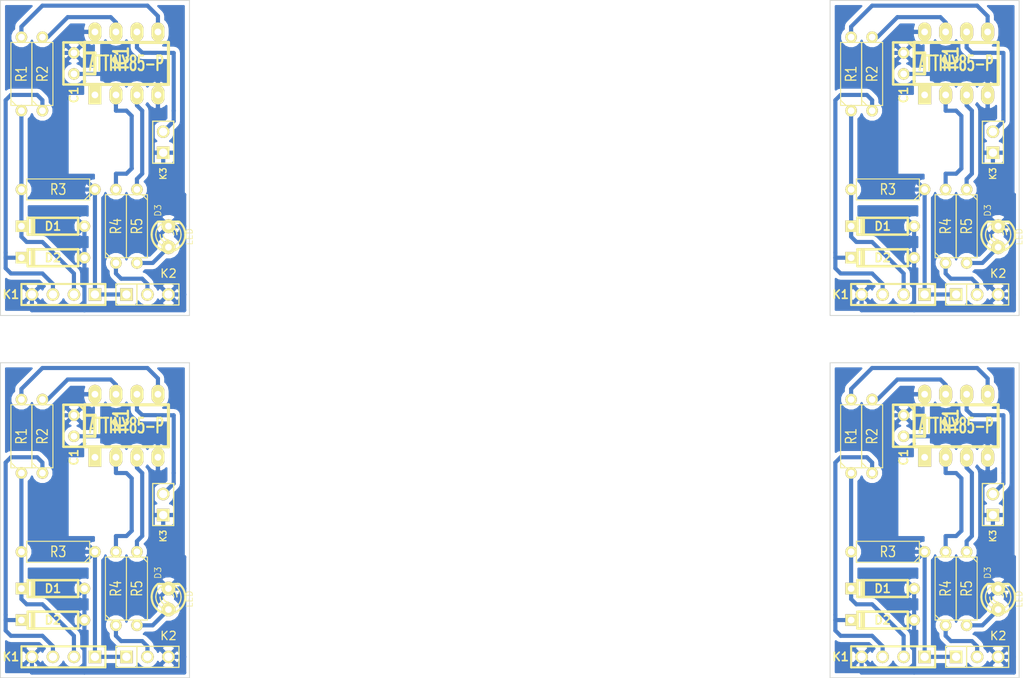
<source format=kicad_pcb>
(kicad_pcb (version 3) (host pcbnew "(2013-05-31 BZR 4019)-stable")
  (title_block (title LogStick))
  (layers (15 Dessus.Cu signal) (0 Dessous.Cu signal))
  (net 0 "")
  (net 1 +5V)
  (net 2 GND)
  (net 3 N-000001)
  (net 4 N-0000010)
  (net 5 N-0000011)
  (net 6 N-0000012)
  (net 7 N-000002)
  (net 8 N-000003)
  (net 9 N-000004)
  (net 10 N-000005)
  (net 11 N-000008)
  (module R3-5 (layer Dessus.Cu) (at 143.8275 47.3075 90)
    (fp_text reference R1)
    (fp_text value 68R hide)
    (pad 1 thru_hole circle (at -4.445 0 90) (size 1.397 1.397) (drill 0.8128) (layers *.Cu *.Mask Dessus.SilkS) (net 6 N-0000012))
    (pad 2 thru_hole circle (at 4.445 0 90) (size 1.397 1.397) (drill 0.8128) (layers *.Cu *.Mask Dessus.SilkS) (net 5 N-0000011))
  )
  (module R3-5 (layer Dessus.Cu) (at 146.3675 47.3075 90)
    (fp_text reference R2)
    (fp_text value 68R hide)
    (pad 1 thru_hole circle (at -4.445 0 90) (size 1.397 1.397) (drill 0.8128) (layers *.Cu *.Mask Dessus.SilkS) (net 11 N-000008))
    (pad 2 thru_hole circle (at 4.445 0 90) (size 1.397 1.397) (drill 0.8128) (layers *.Cu *.Mask Dessus.SilkS) (net 4 N-0000010))
  )
  (module R3-5 (layer Dessus.Cu) (at 148.2725 61.2775 180)
    (fp_text reference R3)
    (fp_text value 1k5 hide)
    (pad 1 thru_hole circle (at -4.445 0 180) (size 1.397 1.397) (drill 0.8128) (layers *.Cu *.Mask Dessus.SilkS) (net 1 +5V))
    (pad 2 thru_hole circle (at 4.445 0 180) (size 1.397 1.397) (drill 0.8128) (layers *.Cu *.Mask Dessus.SilkS) (net 6 N-0000012))
  )
  (module R3-5 (layer Dessus.Cu) (at 155.2575 65.7225 90)
    (fp_text reference R4)
    (fp_text value 68R hide)
    (pad 1 thru_hole circle (at -4.445 0 90) (size 1.397 1.397) (drill 0.8128) (layers *.Cu *.Mask Dessus.SilkS) (net 10 N-000005))
    (pad 2 thru_hole circle (at 4.445 0 90) (size 1.397 1.397) (drill 0.8128) (layers *.Cu *.Mask Dessus.SilkS) (net 9 N-000004))
  )
  (module R3-5 (layer Dessus.Cu) (at 157.7975 65.7225 270)
    (fp_text reference R5)
    (fp_text value 220R hide)
    (pad 1 thru_hole circle (at -4.445 0 270) (size 1.397 1.397) (drill 0.8128) (layers *.Cu *.Mask Dessus.SilkS) (net 3 N-000001))
    (pad 2 thru_hole circle (at 4.445 0 270) (size 1.397 1.397) (drill 0.8128) (layers *.Cu *.Mask Dessus.SilkS) (net 8 N-000003))
  )
  (module LED-3MM (layer Dessus.Cu) (at 161.6075 66.9925 90)
    (fp_text reference D3)
    (fp_text value LED)
    (pad 1 thru_hole circle (at -1.27 0 90) (size 1.6764 1.6764) (drill 0.8128) (layers *.Cu *.Mask Dessus.SilkS) (net 8 N-000003))
    (pad 2 thru_hole circle (at 1.27 0 90) (size 1.6764 1.6764) (drill 0.8128) (layers *.Cu *.Mask Dessus.SilkS) (net 2 GND))
  )
  (module D3 (layer Dessus.Cu) (at 147.6375 65.7225 180)
    (fp_text reference D1)
    (fp_text value 3,6V hide)
    (pad 2 thru_hole rect (at 3.81 0 180) (size 1.397 1.397) (drill 0.8128) (layers *.Cu *.Mask Dessus.SilkS) (net 6 N-0000012))
    (pad 1 thru_hole circle (at -3.81 0 180) (size 1.397 1.397) (drill 0.8128) (layers *.Cu *.Mask Dessus.SilkS) (net 2 GND))
  )
  (module D3 (layer Dessus.Cu) (at 147.6375 69.5325 180)
    (fp_text reference D2)
    (fp_text value 3,6V hide)
    (pad 2 thru_hole rect (at 3.81 0 180) (size 1.397 1.397) (drill 0.8128) (layers *.Cu *.Mask Dessus.SilkS) (net 11 N-000008))
    (pad 1 thru_hole circle (at -3.81 0 180) (size 1.397 1.397) (drill 0.8128) (layers *.Cu *.Mask Dessus.SilkS) (net 2 GND))
  )
  (module PIN_ARRAY_4x1 (layer Dessus.Cu) (at 148.9075 73.9775 180)
    (fp_text reference K1)
    (fp_text value USB hide)
    (pad 1 thru_hole rect (at -3.81 0 180) (size 1.524 1.524) (drill 1.016) (layers *.Cu *.Mask Dessus.SilkS) (net 1 +5V))
    (pad 2 thru_hole circle (at -1.27 0 180) (size 1.524 1.524) (drill 1.016) (layers *.Cu *.Mask Dessus.SilkS) (net 6 N-0000012))
    (pad 3 thru_hole circle (at 1.27 0 180) (size 1.524 1.524) (drill 1.016) (layers *.Cu *.Mask Dessus.SilkS) (net 11 N-000008))
    (pad 4 thru_hole circle (at 3.81 0 180) (size 1.524 1.524) (drill 1.016) (layers *.Cu *.Mask Dessus.SilkS) (net 2 GND))
  )
  (module PIN_ARRAY_3X1 (layer Dessus.Cu) (at 159.0675 73.9775)
    (fp_text reference K2)
    (fp_text value DHT44 hide)
    (pad 1 thru_hole rect (at -2.54 0) (size 1.524 1.524) (drill 1.016) (layers *.Cu *.Mask Dessus.SilkS) (net 1 +5V))
    (pad 2 thru_hole circle (at 0 0) (size 1.524 1.524) (drill 1.016) (layers *.Cu *.Mask Dessus.SilkS) (net 10 N-000005))
    (pad 3 thru_hole circle (at 2.54 0) (size 1.524 1.524) (drill 1.016) (layers *.Cu *.Mask Dessus.SilkS) (net 2 GND))
  )
  (module PIN_ARRAY_2X1 (layer Dessus.Cu) (at 160.9725 55.5625 90)
    (fp_text reference K3)
    (fp_text value SWITCH hide)
    (pad 1 thru_hole rect (at -1.27 0 90) (size 1.524 1.524) (drill 1.016) (layers *.Cu *.Mask Dessus.SilkS) (net 2 GND))
    (pad 2 thru_hole circle (at 1.27 0 90) (size 1.524 1.524) (drill 1.016) (layers *.Cu *.Mask Dessus.SilkS) (net 7 N-000002))
  )
  (module DIP-8__300_ELL (layer Dessus.Cu) (at 156.5275 46.0375)
    (fp_text reference IC1)
    (fp_text value ATTINY85-P)
    (pad 1 thru_hole rect (at -3.81 3.81) (size 1.5748 2.286) (drill 0.8128) (layers *.Cu *.Mask Dessus.SilkS))
    (pad 2 thru_hole oval (at -1.27 3.81) (size 1.5748 2.286) (drill 0.8128) (layers *.Cu *.Mask Dessus.SilkS) (net 9 N-000004))
    (pad 3 thru_hole oval (at 1.27 3.81) (size 1.5748 2.286) (drill 0.8128) (layers *.Cu *.Mask Dessus.SilkS) (net 3 N-000001))
    (pad 4 thru_hole oval (at 3.81 3.81) (size 1.5748 2.286) (drill 0.8128) (layers *.Cu *.Mask Dessus.SilkS) (net 2 GND))
    (pad 5 thru_hole oval (at 3.81 -3.81) (size 1.5748 2.286) (drill 0.8128) (layers *.Cu *.Mask Dessus.SilkS) (net 5 N-0000011))
    (pad 6 thru_hole oval (at 1.27 -3.81) (size 1.5748 2.286) (drill 0.8128) (layers *.Cu *.Mask Dessus.SilkS) (net 7 N-000002))
    (pad 7 thru_hole oval (at -1.27 -3.81) (size 1.5748 2.286) (drill 0.8128) (layers *.Cu *.Mask Dessus.SilkS) (net 4 N-0000010))
    (pad 8 thru_hole oval (at -3.81 -3.81) (size 1.5748 2.286) (drill 0.8128) (layers *.Cu *.Mask Dessus.SilkS) (net 1 +5V))
  )
  (module C1 (layer Dessus.Cu) (at 150.1775 46.0375 270)
    (fp_text reference C1)
    (fp_text value 100nF hide)
    (pad 1 thru_hole circle (at -1.27 0 270) (size 1.397 1.397) (drill 0.8128) (layers *.Cu *.Mask Dessus.SilkS) (net 1 +5V))
    (pad 2 thru_hole circle (at 1.27 0 270) (size 1.397 1.397) (drill 0.8128) (layers *.Cu *.Mask Dessus.SilkS) (net 2 GND))
  )
  (module R3-5 (layer Dessus.Cu) (at 143.8275 91.1225 90)
    (fp_text reference R1)
    (fp_text value 68R hide)
    (pad 1 thru_hole circle (at -4.445 0 90) (size 1.397 1.397) (drill 0.8128) (layers *.Cu *.Mask Dessus.SilkS) (net 6 N-0000012))
    (pad 2 thru_hole circle (at 4.445 0 90) (size 1.397 1.397) (drill 0.8128) (layers *.Cu *.Mask Dessus.SilkS) (net 5 N-0000011))
  )
  (module R3-5 (layer Dessus.Cu) (at 146.3675 91.1225 90)
    (fp_text reference R2)
    (fp_text value 68R hide)
    (pad 1 thru_hole circle (at -4.445 0 90) (size 1.397 1.397) (drill 0.8128) (layers *.Cu *.Mask Dessus.SilkS) (net 11 N-000008))
    (pad 2 thru_hole circle (at 4.445 0 90) (size 1.397 1.397) (drill 0.8128) (layers *.Cu *.Mask Dessus.SilkS) (net 4 N-0000010))
  )
  (module R3-5 (layer Dessus.Cu) (at 148.2725 105.0925 180)
    (fp_text reference R3)
    (fp_text value 1k5 hide)
    (pad 1 thru_hole circle (at -4.445 0 180) (size 1.397 1.397) (drill 0.8128) (layers *.Cu *.Mask Dessus.SilkS) (net 1 +5V))
    (pad 2 thru_hole circle (at 4.445 0 180) (size 1.397 1.397) (drill 0.8128) (layers *.Cu *.Mask Dessus.SilkS) (net 6 N-0000012))
  )
  (module R3-5 (layer Dessus.Cu) (at 155.2575 109.5375 90)
    (fp_text reference R4)
    (fp_text value 68R hide)
    (pad 1 thru_hole circle (at -4.445 0 90) (size 1.397 1.397) (drill 0.8128) (layers *.Cu *.Mask Dessus.SilkS) (net 10 N-000005))
    (pad 2 thru_hole circle (at 4.445 0 90) (size 1.397 1.397) (drill 0.8128) (layers *.Cu *.Mask Dessus.SilkS) (net 9 N-000004))
  )
  (module R3-5 (layer Dessus.Cu) (at 157.7975 109.5375 270)
    (fp_text reference R5)
    (fp_text value 220R hide)
    (pad 1 thru_hole circle (at -4.445 0 270) (size 1.397 1.397) (drill 0.8128) (layers *.Cu *.Mask Dessus.SilkS) (net 3 N-000001))
    (pad 2 thru_hole circle (at 4.445 0 270) (size 1.397 1.397) (drill 0.8128) (layers *.Cu *.Mask Dessus.SilkS) (net 8 N-000003))
  )
  (module LED-3MM (layer Dessus.Cu) (at 161.6075 110.8075 90)
    (fp_text reference D3)
    (fp_text value LED)
    (pad 1 thru_hole circle (at -1.27 0 90) (size 1.6764 1.6764) (drill 0.8128) (layers *.Cu *.Mask Dessus.SilkS) (net 8 N-000003))
    (pad 2 thru_hole circle (at 1.27 0 90) (size 1.6764 1.6764) (drill 0.8128) (layers *.Cu *.Mask Dessus.SilkS) (net 2 GND))
  )
  (module D3 (layer Dessus.Cu) (at 147.6375 109.5375 180)
    (fp_text reference D1)
    (fp_text value 3,6V hide)
    (pad 2 thru_hole rect (at 3.81 0 180) (size 1.397 1.397) (drill 0.8128) (layers *.Cu *.Mask Dessus.SilkS) (net 6 N-0000012))
    (pad 1 thru_hole circle (at -3.81 0 180) (size 1.397 1.397) (drill 0.8128) (layers *.Cu *.Mask Dessus.SilkS) (net 2 GND))
  )
  (module D3 (layer Dessus.Cu) (at 147.6375 113.3475 180)
    (fp_text reference D2)
    (fp_text value 3,6V hide)
    (pad 2 thru_hole rect (at 3.81 0 180) (size 1.397 1.397) (drill 0.8128) (layers *.Cu *.Mask Dessus.SilkS) (net 11 N-000008))
    (pad 1 thru_hole circle (at -3.81 0 180) (size 1.397 1.397) (drill 0.8128) (layers *.Cu *.Mask Dessus.SilkS) (net 2 GND))
  )
  (module PIN_ARRAY_4x1 (layer Dessus.Cu) (at 148.9075 117.7925 180)
    (fp_text reference K1)
    (fp_text value USB hide)
    (pad 1 thru_hole rect (at -3.81 0 180) (size 1.524 1.524) (drill 1.016) (layers *.Cu *.Mask Dessus.SilkS) (net 1 +5V))
    (pad 2 thru_hole circle (at -1.27 0 180) (size 1.524 1.524) (drill 1.016) (layers *.Cu *.Mask Dessus.SilkS) (net 6 N-0000012))
    (pad 3 thru_hole circle (at 1.27 0 180) (size 1.524 1.524) (drill 1.016) (layers *.Cu *.Mask Dessus.SilkS) (net 11 N-000008))
    (pad 4 thru_hole circle (at 3.81 0 180) (size 1.524 1.524) (drill 1.016) (layers *.Cu *.Mask Dessus.SilkS) (net 2 GND))
  )
  (module PIN_ARRAY_3X1 (layer Dessus.Cu) (at 159.0675 117.7925)
    (fp_text reference K2)
    (fp_text value DHT44 hide)
    (pad 1 thru_hole rect (at -2.54 0) (size 1.524 1.524) (drill 1.016) (layers *.Cu *.Mask Dessus.SilkS) (net 1 +5V))
    (pad 2 thru_hole circle (at 0 0) (size 1.524 1.524) (drill 1.016) (layers *.Cu *.Mask Dessus.SilkS) (net 10 N-000005))
    (pad 3 thru_hole circle (at 2.54 0) (size 1.524 1.524) (drill 1.016) (layers *.Cu *.Mask Dessus.SilkS) (net 2 GND))
  )
  (module PIN_ARRAY_2X1 (layer Dessus.Cu) (at 160.9725 99.3775 90)
    (fp_text reference K3)
    (fp_text value SWITCH hide)
    (pad 1 thru_hole rect (at -1.27 0 90) (size 1.524 1.524) (drill 1.016) (layers *.Cu *.Mask Dessus.SilkS) (net 2 GND))
    (pad 2 thru_hole circle (at 1.27 0 90) (size 1.524 1.524) (drill 1.016) (layers *.Cu *.Mask Dessus.SilkS) (net 7 N-000002))
  )
  (module DIP-8__300_ELL (layer Dessus.Cu) (at 156.5275 89.8525)
    (fp_text reference IC1)
    (fp_text value ATTINY85-P)
    (pad 1 thru_hole rect (at -3.81 3.81) (size 1.5748 2.286) (drill 0.8128) (layers *.Cu *.Mask Dessus.SilkS))
    (pad 2 thru_hole oval (at -1.27 3.81) (size 1.5748 2.286) (drill 0.8128) (layers *.Cu *.Mask Dessus.SilkS) (net 9 N-000004))
    (pad 3 thru_hole oval (at 1.27 3.81) (size 1.5748 2.286) (drill 0.8128) (layers *.Cu *.Mask Dessus.SilkS) (net 3 N-000001))
    (pad 4 thru_hole oval (at 3.81 3.81) (size 1.5748 2.286) (drill 0.8128) (layers *.Cu *.Mask Dessus.SilkS) (net 2 GND))
    (pad 5 thru_hole oval (at 3.81 -3.81) (size 1.5748 2.286) (drill 0.8128) (layers *.Cu *.Mask Dessus.SilkS) (net 5 N-0000011))
    (pad 6 thru_hole oval (at 1.27 -3.81) (size 1.5748 2.286) (drill 0.8128) (layers *.Cu *.Mask Dessus.SilkS) (net 7 N-000002))
    (pad 7 thru_hole oval (at -1.27 -3.81) (size 1.5748 2.286) (drill 0.8128) (layers *.Cu *.Mask Dessus.SilkS) (net 4 N-0000010))
    (pad 8 thru_hole oval (at -3.81 -3.81) (size 1.5748 2.286) (drill 0.8128) (layers *.Cu *.Mask Dessus.SilkS) (net 1 +5V))
  )
  (module C1 (layer Dessus.Cu) (at 150.1775 89.8525 270)
    (fp_text reference C1)
    (fp_text value 100nF hide)
    (pad 1 thru_hole circle (at -1.27 0 270) (size 1.397 1.397) (drill 0.8128) (layers *.Cu *.Mask Dessus.SilkS) (net 1 +5V))
    (pad 2 thru_hole circle (at 1.27 0 270) (size 1.397 1.397) (drill 0.8128) (layers *.Cu *.Mask Dessus.SilkS) (net 2 GND))
  )
  (module R3-5 (layer Dessus.Cu) (at 43.4975 47.3075 90)
    (fp_text reference R1)
    (fp_text value 68R hide)
    (pad 1 thru_hole circle (at -4.445 0 90) (size 1.397 1.397) (drill 0.8128) (layers *.Cu *.Mask Dessus.SilkS) (net 6 N-0000012))
    (pad 2 thru_hole circle (at 4.445 0 90) (size 1.397 1.397) (drill 0.8128) (layers *.Cu *.Mask Dessus.SilkS) (net 5 N-0000011))
  )
  (module R3-5 (layer Dessus.Cu) (at 46.0375 47.3075 90)
    (fp_text reference R2)
    (fp_text value 68R hide)
    (pad 1 thru_hole circle (at -4.445 0 90) (size 1.397 1.397) (drill 0.8128) (layers *.Cu *.Mask Dessus.SilkS) (net 11 N-000008))
    (pad 2 thru_hole circle (at 4.445 0 90) (size 1.397 1.397) (drill 0.8128) (layers *.Cu *.Mask Dessus.SilkS) (net 4 N-0000010))
  )
  (module R3-5 (layer Dessus.Cu) (at 47.9425 61.2775 180)
    (fp_text reference R3)
    (fp_text value 1k5 hide)
    (pad 1 thru_hole circle (at -4.445 0 180) (size 1.397 1.397) (drill 0.8128) (layers *.Cu *.Mask Dessus.SilkS) (net 1 +5V))
    (pad 2 thru_hole circle (at 4.445 0 180) (size 1.397 1.397) (drill 0.8128) (layers *.Cu *.Mask Dessus.SilkS) (net 6 N-0000012))
  )
  (module R3-5 (layer Dessus.Cu) (at 54.9275 65.7225 90)
    (fp_text reference R4)
    (fp_text value 68R hide)
    (pad 1 thru_hole circle (at -4.445 0 90) (size 1.397 1.397) (drill 0.8128) (layers *.Cu *.Mask Dessus.SilkS) (net 10 N-000005))
    (pad 2 thru_hole circle (at 4.445 0 90) (size 1.397 1.397) (drill 0.8128) (layers *.Cu *.Mask Dessus.SilkS) (net 9 N-000004))
  )
  (module R3-5 (layer Dessus.Cu) (at 57.4675 65.7225 270)
    (fp_text reference R5)
    (fp_text value 220R hide)
    (pad 1 thru_hole circle (at -4.445 0 270) (size 1.397 1.397) (drill 0.8128) (layers *.Cu *.Mask Dessus.SilkS) (net 3 N-000001))
    (pad 2 thru_hole circle (at 4.445 0 270) (size 1.397 1.397) (drill 0.8128) (layers *.Cu *.Mask Dessus.SilkS) (net 8 N-000003))
  )
  (module LED-3MM (layer Dessus.Cu) (at 61.2775 66.9925 90)
    (fp_text reference D3)
    (fp_text value LED)
    (pad 1 thru_hole circle (at -1.27 0 90) (size 1.6764 1.6764) (drill 0.8128) (layers *.Cu *.Mask Dessus.SilkS) (net 8 N-000003))
    (pad 2 thru_hole circle (at 1.27 0 90) (size 1.6764 1.6764) (drill 0.8128) (layers *.Cu *.Mask Dessus.SilkS) (net 2 GND))
  )
  (module D3 (layer Dessus.Cu) (at 47.3075 65.7225 180)
    (fp_text reference D1)
    (fp_text value 3,6V hide)
    (pad 2 thru_hole rect (at 3.81 0 180) (size 1.397 1.397) (drill 0.8128) (layers *.Cu *.Mask Dessus.SilkS) (net 6 N-0000012))
    (pad 1 thru_hole circle (at -3.81 0 180) (size 1.397 1.397) (drill 0.8128) (layers *.Cu *.Mask Dessus.SilkS) (net 2 GND))
  )
  (module D3 (layer Dessus.Cu) (at 47.3075 69.5325 180)
    (fp_text reference D2)
    (fp_text value 3,6V hide)
    (pad 2 thru_hole rect (at 3.81 0 180) (size 1.397 1.397) (drill 0.8128) (layers *.Cu *.Mask Dessus.SilkS) (net 11 N-000008))
    (pad 1 thru_hole circle (at -3.81 0 180) (size 1.397 1.397) (drill 0.8128) (layers *.Cu *.Mask Dessus.SilkS) (net 2 GND))
  )
  (module PIN_ARRAY_4x1 (layer Dessus.Cu) (at 48.5775 73.9775 180)
    (fp_text reference K1)
    (fp_text value USB hide)
    (pad 1 thru_hole rect (at -3.81 0 180) (size 1.524 1.524) (drill 1.016) (layers *.Cu *.Mask Dessus.SilkS) (net 1 +5V))
    (pad 2 thru_hole circle (at -1.27 0 180) (size 1.524 1.524) (drill 1.016) (layers *.Cu *.Mask Dessus.SilkS) (net 6 N-0000012))
    (pad 3 thru_hole circle (at 1.27 0 180) (size 1.524 1.524) (drill 1.016) (layers *.Cu *.Mask Dessus.SilkS) (net 11 N-000008))
    (pad 4 thru_hole circle (at 3.81 0 180) (size 1.524 1.524) (drill 1.016) (layers *.Cu *.Mask Dessus.SilkS) (net 2 GND))
  )
  (module PIN_ARRAY_3X1 (layer Dessus.Cu) (at 58.7375 73.9775)
    (fp_text reference K2)
    (fp_text value DHT44 hide)
    (pad 1 thru_hole rect (at -2.54 0) (size 1.524 1.524) (drill 1.016) (layers *.Cu *.Mask Dessus.SilkS) (net 1 +5V))
    (pad 2 thru_hole circle (at 0 0) (size 1.524 1.524) (drill 1.016) (layers *.Cu *.Mask Dessus.SilkS) (net 10 N-000005))
    (pad 3 thru_hole circle (at 2.54 0) (size 1.524 1.524) (drill 1.016) (layers *.Cu *.Mask Dessus.SilkS) (net 2 GND))
  )
  (module PIN_ARRAY_2X1 (layer Dessus.Cu) (at 60.6425 55.5625 90)
    (fp_text reference K3)
    (fp_text value SWITCH hide)
    (pad 1 thru_hole rect (at -1.27 0 90) (size 1.524 1.524) (drill 1.016) (layers *.Cu *.Mask Dessus.SilkS) (net 2 GND))
    (pad 2 thru_hole circle (at 1.27 0 90) (size 1.524 1.524) (drill 1.016) (layers *.Cu *.Mask Dessus.SilkS) (net 7 N-000002))
  )
  (module DIP-8__300_ELL (layer Dessus.Cu) (at 56.1975 46.0375)
    (fp_text reference IC1)
    (fp_text value ATTINY85-P)
    (pad 1 thru_hole rect (at -3.81 3.81) (size 1.5748 2.286) (drill 0.8128) (layers *.Cu *.Mask Dessus.SilkS))
    (pad 2 thru_hole oval (at -1.27 3.81) (size 1.5748 2.286) (drill 0.8128) (layers *.Cu *.Mask Dessus.SilkS) (net 9 N-000004))
    (pad 3 thru_hole oval (at 1.27 3.81) (size 1.5748 2.286) (drill 0.8128) (layers *.Cu *.Mask Dessus.SilkS) (net 3 N-000001))
    (pad 4 thru_hole oval (at 3.81 3.81) (size 1.5748 2.286) (drill 0.8128) (layers *.Cu *.Mask Dessus.SilkS) (net 2 GND))
    (pad 5 thru_hole oval (at 3.81 -3.81) (size 1.5748 2.286) (drill 0.8128) (layers *.Cu *.Mask Dessus.SilkS) (net 5 N-0000011))
    (pad 6 thru_hole oval (at 1.27 -3.81) (size 1.5748 2.286) (drill 0.8128) (layers *.Cu *.Mask Dessus.SilkS) (net 7 N-000002))
    (pad 7 thru_hole oval (at -1.27 -3.81) (size 1.5748 2.286) (drill 0.8128) (layers *.Cu *.Mask Dessus.SilkS) (net 4 N-0000010))
    (pad 8 thru_hole oval (at -3.81 -3.81) (size 1.5748 2.286) (drill 0.8128) (layers *.Cu *.Mask Dessus.SilkS) (net 1 +5V))
  )
  (module C1 (layer Dessus.Cu) (at 49.8475 46.0375 270)
    (fp_text reference C1)
    (fp_text value 100nF hide)
    (pad 1 thru_hole circle (at -1.27 0 270) (size 1.397 1.397) (drill 0.8128) (layers *.Cu *.Mask Dessus.SilkS) (net 1 +5V))
    (pad 2 thru_hole circle (at 1.27 0 270) (size 1.397 1.397) (drill 0.8128) (layers *.Cu *.Mask Dessus.SilkS) (net 2 GND))
  )
  (module R3-5 (layer Dessus.Cu) (at 43.4975 91.1225 90)
    (fp_text reference R1)
    (fp_text value 68R hide)
    (pad 1 thru_hole circle (at -4.445 0 90) (size 1.397 1.397) (drill 0.8128) (layers *.Cu *.Mask Dessus.SilkS) (net 6 N-0000012))
    (pad 2 thru_hole circle (at 4.445 0 90) (size 1.397 1.397) (drill 0.8128) (layers *.Cu *.Mask Dessus.SilkS) (net 5 N-0000011))
  )
  (module R3-5 (layer Dessus.Cu) (at 46.0375 91.1225 90)
    (fp_text reference R2)
    (fp_text value 68R hide)
    (pad 1 thru_hole circle (at -4.445 0 90) (size 1.397 1.397) (drill 0.8128) (layers *.Cu *.Mask Dessus.SilkS) (net 11 N-000008))
    (pad 2 thru_hole circle (at 4.445 0 90) (size 1.397 1.397) (drill 0.8128) (layers *.Cu *.Mask Dessus.SilkS) (net 4 N-0000010))
  )
  (module R3-5 (layer Dessus.Cu) (at 47.9425 105.0925 180)
    (fp_text reference R3)
    (fp_text value 1k5 hide)
    (pad 1 thru_hole circle (at -4.445 0 180) (size 1.397 1.397) (drill 0.8128) (layers *.Cu *.Mask Dessus.SilkS) (net 1 +5V))
    (pad 2 thru_hole circle (at 4.445 0 180) (size 1.397 1.397) (drill 0.8128) (layers *.Cu *.Mask Dessus.SilkS) (net 6 N-0000012))
  )
  (module R3-5 (layer Dessus.Cu) (at 54.9275 109.5375 90)
    (fp_text reference R4)
    (fp_text value 68R hide)
    (pad 1 thru_hole circle (at -4.445 0 90) (size 1.397 1.397) (drill 0.8128) (layers *.Cu *.Mask Dessus.SilkS) (net 10 N-000005))
    (pad 2 thru_hole circle (at 4.445 0 90) (size 1.397 1.397) (drill 0.8128) (layers *.Cu *.Mask Dessus.SilkS) (net 9 N-000004))
  )
  (module R3-5 (layer Dessus.Cu) (at 57.4675 109.5375 270)
    (fp_text reference R5)
    (fp_text value 220R hide)
    (pad 1 thru_hole circle (at -4.445 0 270) (size 1.397 1.397) (drill 0.8128) (layers *.Cu *.Mask Dessus.SilkS) (net 3 N-000001))
    (pad 2 thru_hole circle (at 4.445 0 270) (size 1.397 1.397) (drill 0.8128) (layers *.Cu *.Mask Dessus.SilkS) (net 8 N-000003))
  )
  (module LED-3MM (layer Dessus.Cu) (at 61.2775 110.8075 90)
    (fp_text reference D3)
    (fp_text value LED)
    (pad 1 thru_hole circle (at -1.27 0 90) (size 1.6764 1.6764) (drill 0.8128) (layers *.Cu *.Mask Dessus.SilkS) (net 8 N-000003))
    (pad 2 thru_hole circle (at 1.27 0 90) (size 1.6764 1.6764) (drill 0.8128) (layers *.Cu *.Mask Dessus.SilkS) (net 2 GND))
  )
  (module D3 (layer Dessus.Cu) (at 47.3075 109.5375 180)
    (fp_text reference D1)
    (fp_text value 3,6V hide)
    (pad 2 thru_hole rect (at 3.81 0 180) (size 1.397 1.397) (drill 0.8128) (layers *.Cu *.Mask Dessus.SilkS) (net 6 N-0000012))
    (pad 1 thru_hole circle (at -3.81 0 180) (size 1.397 1.397) (drill 0.8128) (layers *.Cu *.Mask Dessus.SilkS) (net 2 GND))
  )
  (module D3 (layer Dessus.Cu) (at 47.3075 113.3475 180)
    (fp_text reference D2)
    (fp_text value 3,6V hide)
    (pad 2 thru_hole rect (at 3.81 0 180) (size 1.397 1.397) (drill 0.8128) (layers *.Cu *.Mask Dessus.SilkS) (net 11 N-000008))
    (pad 1 thru_hole circle (at -3.81 0 180) (size 1.397 1.397) (drill 0.8128) (layers *.Cu *.Mask Dessus.SilkS) (net 2 GND))
  )
  (module PIN_ARRAY_4x1 (layer Dessus.Cu) (at 48.5775 117.7925 180)
    (fp_text reference K1)
    (fp_text value USB hide)
    (pad 1 thru_hole rect (at -3.81 0 180) (size 1.524 1.524) (drill 1.016) (layers *.Cu *.Mask Dessus.SilkS) (net 1 +5V))
    (pad 2 thru_hole circle (at -1.27 0 180) (size 1.524 1.524) (drill 1.016) (layers *.Cu *.Mask Dessus.SilkS) (net 6 N-0000012))
    (pad 3 thru_hole circle (at 1.27 0 180) (size 1.524 1.524) (drill 1.016) (layers *.Cu *.Mask Dessus.SilkS) (net 11 N-000008))
    (pad 4 thru_hole circle (at 3.81 0 180) (size 1.524 1.524) (drill 1.016) (layers *.Cu *.Mask Dessus.SilkS) (net 2 GND))
  )
  (module PIN_ARRAY_3X1 (layer Dessus.Cu) (at 58.7375 117.7925)
    (fp_text reference K2)
    (fp_text value DHT44 hide)
    (pad 1 thru_hole rect (at -2.54 0) (size 1.524 1.524) (drill 1.016) (layers *.Cu *.Mask Dessus.SilkS) (net 1 +5V))
    (pad 2 thru_hole circle (at 0 0) (size 1.524 1.524) (drill 1.016) (layers *.Cu *.Mask Dessus.SilkS) (net 10 N-000005))
    (pad 3 thru_hole circle (at 2.54 0) (size 1.524 1.524) (drill 1.016) (layers *.Cu *.Mask Dessus.SilkS) (net 2 GND))
  )
  (module PIN_ARRAY_2X1 (layer Dessus.Cu) (at 60.6425 99.3775 90)
    (fp_text reference K3)
    (fp_text value SWITCH hide)
    (pad 1 thru_hole rect (at -1.27 0 90) (size 1.524 1.524) (drill 1.016) (layers *.Cu *.Mask Dessus.SilkS) (net 2 GND))
    (pad 2 thru_hole circle (at 1.27 0 90) (size 1.524 1.524) (drill 1.016) (layers *.Cu *.Mask Dessus.SilkS) (net 7 N-000002))
  )
  (module DIP-8__300_ELL (layer Dessus.Cu) (at 56.1975 89.8525)
    (fp_text reference IC1)
    (fp_text value ATTINY85-P)
    (pad 1 thru_hole rect (at -3.81 3.81) (size 1.5748 2.286) (drill 0.8128) (layers *.Cu *.Mask Dessus.SilkS))
    (pad 2 thru_hole oval (at -1.27 3.81) (size 1.5748 2.286) (drill 0.8128) (layers *.Cu *.Mask Dessus.SilkS) (net 9 N-000004))
    (pad 3 thru_hole oval (at 1.27 3.81) (size 1.5748 2.286) (drill 0.8128) (layers *.Cu *.Mask Dessus.SilkS) (net 3 N-000001))
    (pad 4 thru_hole oval (at 3.81 3.81) (size 1.5748 2.286) (drill 0.8128) (layers *.Cu *.Mask Dessus.SilkS) (net 2 GND))
    (pad 5 thru_hole oval (at 3.81 -3.81) (size 1.5748 2.286) (drill 0.8128) (layers *.Cu *.Mask Dessus.SilkS) (net 5 N-0000011))
    (pad 6 thru_hole oval (at 1.27 -3.81) (size 1.5748 2.286) (drill 0.8128) (layers *.Cu *.Mask Dessus.SilkS) (net 7 N-000002))
    (pad 7 thru_hole oval (at -1.27 -3.81) (size 1.5748 2.286) (drill 0.8128) (layers *.Cu *.Mask Dessus.SilkS) (net 4 N-0000010))
    (pad 8 thru_hole oval (at -3.81 -3.81) (size 1.5748 2.286) (drill 0.8128) (layers *.Cu *.Mask Dessus.SilkS) (net 1 +5V))
  )
  (module C1 (layer Dessus.Cu) (at 49.8475 89.8525 270)
    (fp_text reference C1)
    (fp_text value 100nF hide)
    (pad 1 thru_hole circle (at -1.27 0 270) (size 1.397 1.397) (drill 0.8128) (layers *.Cu *.Mask Dessus.SilkS) (net 1 +5V))
    (pad 2 thru_hole circle (at 1.27 0 270) (size 1.397 1.397) (drill 0.8128) (layers *.Cu *.Mask Dessus.SilkS) (net 2 GND))
  )
  (segment (start 150.1775 44.7675) (end 147.6375 44.7675) (width 0.5) (layer Dessous.Cu) (net 1))
  (segment (start 152.7175 73.9775) (end 152.7175 61.2775) (width 0.5) (layer Dessous.Cu) (net 1))
  (segment (start 152.7175 61.2775) (end 150.1775 61.2775) (width 0.5) (layer Dessous.Cu) (net 1))
  (segment (start 149.5425 42.2275) (end 152.7175 42.2275) (width 0.5) (layer Dessous.Cu) (net 1))
  (segment (start 147.6375 44.1325) (end 149.5425 42.2275) (width 0.5) (layer Dessous.Cu) (net 1))
  (segment (start 148.9075 60.0075) (end 148.9075 49.2125) (width 0.5) (layer Dessous.Cu) (net 1))
  (segment (start 148.9075 49.2125) (end 147.6375 47.9425) (width 0.5) (layer Dessous.Cu) (net 1))
  (segment (start 147.6375 47.9425) (end 147.6375 44.7675) (width 0.5) (layer Dessous.Cu) (net 1))
  (segment (start 147.6375 44.7675) (end 147.6375 44.1325) (width 0.5) (layer Dessous.Cu) (net 1))
  (segment (start 150.1775 61.2775) (end 148.9075 60.0075) (width 0.5) (layer Dessous.Cu) (net 1))
  (segment (start 152.7175 73.9775) (end 156.5275 73.9775) (width 0.5) (layer Dessous.Cu) (net 1))
  (segment (start 150.1775 88.5825) (end 147.6375 88.5825) (width 0.5) (layer Dessous.Cu) (net 1))
  (segment (start 152.7175 117.7925) (end 152.7175 105.0925) (width 0.5) (layer Dessous.Cu) (net 1))
  (segment (start 152.7175 105.0925) (end 150.1775 105.0925) (width 0.5) (layer Dessous.Cu) (net 1))
  (segment (start 149.5425 86.0425) (end 152.7175 86.0425) (width 0.5) (layer Dessous.Cu) (net 1))
  (segment (start 147.6375 87.9475) (end 149.5425 86.0425) (width 0.5) (layer Dessous.Cu) (net 1))
  (segment (start 148.9075 103.8225) (end 148.9075 93.0275) (width 0.5) (layer Dessous.Cu) (net 1))
  (segment (start 148.9075 93.0275) (end 147.6375 91.7575) (width 0.5) (layer Dessous.Cu) (net 1))
  (segment (start 147.6375 91.7575) (end 147.6375 88.5825) (width 0.5) (layer Dessous.Cu) (net 1))
  (segment (start 147.6375 88.5825) (end 147.6375 87.9475) (width 0.5) (layer Dessous.Cu) (net 1))
  (segment (start 150.1775 105.0925) (end 148.9075 103.8225) (width 0.5) (layer Dessous.Cu) (net 1))
  (segment (start 152.7175 117.7925) (end 156.5275 117.7925) (width 0.5) (layer Dessous.Cu) (net 1))
  (segment (start 49.8475 44.7675) (end 47.3075 44.7675) (width 0.5) (layer Dessous.Cu) (net 1))
  (segment (start 52.3875 73.9775) (end 52.3875 61.2775) (width 0.5) (layer Dessous.Cu) (net 1))
  (segment (start 52.3875 61.2775) (end 49.8475 61.2775) (width 0.5) (layer Dessous.Cu) (net 1))
  (segment (start 49.2125 42.2275) (end 52.3875 42.2275) (width 0.5) (layer Dessous.Cu) (net 1))
  (segment (start 47.3075 44.1325) (end 49.2125 42.2275) (width 0.5) (layer Dessous.Cu) (net 1))
  (segment (start 48.5775 60.0075) (end 48.5775 49.2125) (width 0.5) (layer Dessous.Cu) (net 1))
  (segment (start 48.5775 49.2125) (end 47.3075 47.9425) (width 0.5) (layer Dessous.Cu) (net 1))
  (segment (start 47.3075 47.9425) (end 47.3075 44.7675) (width 0.5) (layer Dessous.Cu) (net 1))
  (segment (start 47.3075 44.7675) (end 47.3075 44.1325) (width 0.5) (layer Dessous.Cu) (net 1))
  (segment (start 49.8475 61.2775) (end 48.5775 60.0075) (width 0.5) (layer Dessous.Cu) (net 1))
  (segment (start 52.3875 73.9775) (end 56.1975 73.9775) (width 0.5) (layer Dessous.Cu) (net 1))
  (segment (start 49.8475 88.5825) (end 47.3075 88.5825) (width 0.5) (layer Dessous.Cu) (net 1))
  (segment (start 52.3875 117.7925) (end 52.3875 105.0925) (width 0.5) (layer Dessous.Cu) (net 1))
  (segment (start 52.3875 105.0925) (end 49.8475 105.0925) (width 0.5) (layer Dessous.Cu) (net 1))
  (segment (start 49.2125 86.0425) (end 52.3875 86.0425) (width 0.5) (layer Dessous.Cu) (net 1))
  (segment (start 47.3075 87.9475) (end 49.2125 86.0425) (width 0.5) (layer Dessous.Cu) (net 1))
  (segment (start 48.5775 103.8225) (end 48.5775 93.0275) (width 0.5) (layer Dessous.Cu) (net 1))
  (segment (start 48.5775 93.0275) (end 47.3075 91.7575) (width 0.5) (layer Dessous.Cu) (net 1))
  (segment (start 47.3075 91.7575) (end 47.3075 88.5825) (width 0.5) (layer Dessous.Cu) (net 1))
  (segment (start 47.3075 88.5825) (end 47.3075 87.9475) (width 0.5) (layer Dessous.Cu) (net 1))
  (segment (start 49.8475 105.0925) (end 48.5775 103.8225) (width 0.5) (layer Dessous.Cu) (net 1))
  (segment (start 52.3875 117.7925) (end 56.1975 117.7925) (width 0.5) (layer Dessous.Cu) (net 1))
  (segment (start 150.1775 47.3075) (end 159.7025 47.3075) (width 0.5) (layer Dessous.Cu) (net 2))
  (segment (start 160.3375 47.9425) (end 160.3375 49.8475) (width 0.5) (layer Dessous.Cu) (net 2))
  (segment (start 159.7025 47.3075) (end 160.3375 47.9425) (width 0.5) (layer Dessous.Cu) (net 2))
  (segment (start 159.7025 56.8325) (end 159.7025 61.2775) (width 0.5) (layer Dessous.Cu) (net 2))
  (segment (start 159.7025 61.2775) (end 160.3375 61.9125) (width 0.5) (layer Dessous.Cu) (net 2))
  (segment (start 163.5125 61.9125) (end 163.5125 65.7225) (width 0.5) (layer Dessous.Cu) (net 2))
  (segment (start 160.3375 61.9125) (end 163.5125 61.9125) (width 0.5) (layer Dessous.Cu) (net 2))
  (segment (start 160.3375 49.8475) (end 160.3375 52.3875) (width 0.5) (layer Dessous.Cu) (net 2))
  (segment (start 160.3375 52.3875) (end 159.7025 53.0225) (width 0.5) (layer Dessous.Cu) (net 2))
  (segment (start 159.7025 53.0225) (end 159.7025 56.8325) (width 0.5) (layer Dessous.Cu) (net 2))
  (segment (start 159.7025 56.8325) (end 160.9725 56.8325) (width 0.5) (layer Dessous.Cu) (net 2))
  (segment (start 151.4475 75.8825) (end 163.5125 75.8825) (width 0.5) (layer Dessous.Cu) (net 2))
  (segment (start 163.5125 75.8825) (end 163.5125 73.9775) (width 0.5) (layer Dessous.Cu) (net 2))
  (segment (start 151.4475 65.7225) (end 151.4475 69.5325) (width 0.5) (layer Dessous.Cu) (net 2))
  (segment (start 151.4475 69.5325) (end 151.4475 75.8825) (width 0.5) (layer Dessous.Cu) (net 2))
  (segment (start 151.4475 75.8825) (end 145.0975 75.8825) (width 0.5) (layer Dessous.Cu) (net 2))
  (segment (start 145.0975 75.8825) (end 145.0975 73.9775) (width 0.5) (layer Dessous.Cu) (net 2))
  (segment (start 161.6075 73.9775) (end 163.5125 73.9775) (width 0.5) (layer Dessous.Cu) (net 2))
  (segment (start 163.5125 65.7225) (end 161.6075 65.7225) (width 0.5) (layer Dessous.Cu) (net 2))
  (segment (start 163.5125 73.9775) (end 163.5125 65.7225) (width 0.5) (layer Dessous.Cu) (net 2))
  (segment (start 150.1775 91.1225) (end 159.7025 91.1225) (width 0.5) (layer Dessous.Cu) (net 2))
  (segment (start 160.3375 91.7575) (end 160.3375 93.6625) (width 0.5) (layer Dessous.Cu) (net 2))
  (segment (start 159.7025 91.1225) (end 160.3375 91.7575) (width 0.5) (layer Dessous.Cu) (net 2))
  (segment (start 159.7025 100.6475) (end 159.7025 105.0925) (width 0.5) (layer Dessous.Cu) (net 2))
  (segment (start 159.7025 105.0925) (end 160.3375 105.7275) (width 0.5) (layer Dessous.Cu) (net 2))
  (segment (start 163.5125 105.7275) (end 163.5125 109.5375) (width 0.5) (layer Dessous.Cu) (net 2))
  (segment (start 160.3375 105.7275) (end 163.5125 105.7275) (width 0.5) (layer Dessous.Cu) (net 2))
  (segment (start 160.3375 93.6625) (end 160.3375 96.2025) (width 0.5) (layer Dessous.Cu) (net 2))
  (segment (start 160.3375 96.2025) (end 159.7025 96.8375) (width 0.5) (layer Dessous.Cu) (net 2))
  (segment (start 159.7025 96.8375) (end 159.7025 100.6475) (width 0.5) (layer Dessous.Cu) (net 2))
  (segment (start 159.7025 100.6475) (end 160.9725 100.6475) (width 0.5) (layer Dessous.Cu) (net 2))
  (segment (start 151.4475 119.6975) (end 163.5125 119.6975) (width 0.5) (layer Dessous.Cu) (net 2))
  (segment (start 163.5125 119.6975) (end 163.5125 117.7925) (width 0.5) (layer Dessous.Cu) (net 2))
  (segment (start 151.4475 109.5375) (end 151.4475 113.3475) (width 0.5) (layer Dessous.Cu) (net 2))
  (segment (start 151.4475 113.3475) (end 151.4475 119.6975) (width 0.5) (layer Dessous.Cu) (net 2))
  (segment (start 151.4475 119.6975) (end 145.0975 119.6975) (width 0.5) (layer Dessous.Cu) (net 2))
  (segment (start 145.0975 119.6975) (end 145.0975 117.7925) (width 0.5) (layer Dessous.Cu) (net 2))
  (segment (start 161.6075 117.7925) (end 163.5125 117.7925) (width 0.5) (layer Dessous.Cu) (net 2))
  (segment (start 163.5125 109.5375) (end 161.6075 109.5375) (width 0.5) (layer Dessous.Cu) (net 2))
  (segment (start 163.5125 117.7925) (end 163.5125 109.5375) (width 0.5) (layer Dessous.Cu) (net 2))
  (segment (start 49.8475 47.3075) (end 59.3725 47.3075) (width 0.5) (layer Dessous.Cu) (net 2))
  (segment (start 60.0075 47.9425) (end 60.0075 49.8475) (width 0.5) (layer Dessous.Cu) (net 2))
  (segment (start 59.3725 47.3075) (end 60.0075 47.9425) (width 0.5) (layer Dessous.Cu) (net 2))
  (segment (start 59.3725 56.8325) (end 59.3725 61.2775) (width 0.5) (layer Dessous.Cu) (net 2))
  (segment (start 59.3725 61.2775) (end 60.0075 61.9125) (width 0.5) (layer Dessous.Cu) (net 2))
  (segment (start 63.1825 61.9125) (end 63.1825 65.7225) (width 0.5) (layer Dessous.Cu) (net 2))
  (segment (start 60.0075 61.9125) (end 63.1825 61.9125) (width 0.5) (layer Dessous.Cu) (net 2))
  (segment (start 60.0075 49.8475) (end 60.0075 52.3875) (width 0.5) (layer Dessous.Cu) (net 2))
  (segment (start 60.0075 52.3875) (end 59.3725 53.0225) (width 0.5) (layer Dessous.Cu) (net 2))
  (segment (start 59.3725 53.0225) (end 59.3725 56.8325) (width 0.5) (layer Dessous.Cu) (net 2))
  (segment (start 59.3725 56.8325) (end 60.6425 56.8325) (width 0.5) (layer Dessous.Cu) (net 2))
  (segment (start 51.1175 75.8825) (end 63.1825 75.8825) (width 0.5) (layer Dessous.Cu) (net 2))
  (segment (start 63.1825 75.8825) (end 63.1825 73.9775) (width 0.5) (layer Dessous.Cu) (net 2))
  (segment (start 51.1175 65.7225) (end 51.1175 69.5325) (width 0.5) (layer Dessous.Cu) (net 2))
  (segment (start 51.1175 69.5325) (end 51.1175 75.8825) (width 0.5) (layer Dessous.Cu) (net 2))
  (segment (start 51.1175 75.8825) (end 44.7675 75.8825) (width 0.5) (layer Dessous.Cu) (net 2))
  (segment (start 44.7675 75.8825) (end 44.7675 73.9775) (width 0.5) (layer Dessous.Cu) (net 2))
  (segment (start 61.2775 73.9775) (end 63.1825 73.9775) (width 0.5) (layer Dessous.Cu) (net 2))
  (segment (start 63.1825 65.7225) (end 61.2775 65.7225) (width 0.5) (layer Dessous.Cu) (net 2))
  (segment (start 63.1825 73.9775) (end 63.1825 65.7225) (width 0.5) (layer Dessous.Cu) (net 2))
  (segment (start 49.8475 91.1225) (end 59.3725 91.1225) (width 0.5) (layer Dessous.Cu) (net 2))
  (segment (start 60.0075 91.7575) (end 60.0075 93.6625) (width 0.5) (layer Dessous.Cu) (net 2))
  (segment (start 59.3725 91.1225) (end 60.0075 91.7575) (width 0.5) (layer Dessous.Cu) (net 2))
  (segment (start 59.3725 100.6475) (end 59.3725 105.0925) (width 0.5) (layer Dessous.Cu) (net 2))
  (segment (start 59.3725 105.0925) (end 60.0075 105.7275) (width 0.5) (layer Dessous.Cu) (net 2))
  (segment (start 63.1825 105.7275) (end 63.1825 109.5375) (width 0.5) (layer Dessous.Cu) (net 2))
  (segment (start 60.0075 105.7275) (end 63.1825 105.7275) (width 0.5) (layer Dessous.Cu) (net 2))
  (segment (start 60.0075 93.6625) (end 60.0075 96.2025) (width 0.5) (layer Dessous.Cu) (net 2))
  (segment (start 60.0075 96.2025) (end 59.3725 96.8375) (width 0.5) (layer Dessous.Cu) (net 2))
  (segment (start 59.3725 96.8375) (end 59.3725 100.6475) (width 0.5) (layer Dessous.Cu) (net 2))
  (segment (start 59.3725 100.6475) (end 60.6425 100.6475) (width 0.5) (layer Dessous.Cu) (net 2))
  (segment (start 51.1175 119.6975) (end 63.1825 119.6975) (width 0.5) (layer Dessous.Cu) (net 2))
  (segment (start 63.1825 119.6975) (end 63.1825 117.7925) (width 0.5) (layer Dessous.Cu) (net 2))
  (segment (start 51.1175 109.5375) (end 51.1175 113.3475) (width 0.5) (layer Dessous.Cu) (net 2))
  (segment (start 51.1175 113.3475) (end 51.1175 119.6975) (width 0.5) (layer Dessous.Cu) (net 2))
  (segment (start 51.1175 119.6975) (end 44.7675 119.6975) (width 0.5) (layer Dessous.Cu) (net 2))
  (segment (start 44.7675 119.6975) (end 44.7675 117.7925) (width 0.5) (layer Dessous.Cu) (net 2))
  (segment (start 61.2775 117.7925) (end 63.1825 117.7925) (width 0.5) (layer Dessous.Cu) (net 2))
  (segment (start 63.1825 109.5375) (end 61.2775 109.5375) (width 0.5) (layer Dessous.Cu) (net 2))
  (segment (start 63.1825 117.7925) (end 63.1825 109.5375) (width 0.5) (layer Dessous.Cu) (net 2))
  (segment (start 157.7975 61.2775) (end 157.7975 60.0075) (width 0.5) (layer Dessous.Cu) (net 3))
  (segment (start 157.7975 51.1175) (end 157.7975 49.8475) (width 0.5) (layer Dessous.Cu) (net 3))
  (segment (start 158.4325 51.7525) (end 157.7975 51.1175) (width 0.5) (layer Dessous.Cu) (net 3))
  (segment (start 158.4325 59.3725) (end 158.4325 51.7525) (width 0.5) (layer Dessous.Cu) (net 3))
  (segment (start 157.7975 60.0075) (end 158.4325 59.3725) (width 0.5) (layer Dessous.Cu) (net 3))
  (segment (start 157.7975 105.0925) (end 157.7975 103.8225) (width 0.5) (layer Dessous.Cu) (net 3))
  (segment (start 157.7975 94.9325) (end 157.7975 93.6625) (width 0.5) (layer Dessous.Cu) (net 3))
  (segment (start 158.4325 95.5675) (end 157.7975 94.9325) (width 0.5) (layer Dessous.Cu) (net 3))
  (segment (start 158.4325 103.1875) (end 158.4325 95.5675) (width 0.5) (layer Dessous.Cu) (net 3))
  (segment (start 157.7975 103.8225) (end 158.4325 103.1875) (width 0.5) (layer Dessous.Cu) (net 3))
  (segment (start 57.4675 61.2775) (end 57.4675 60.0075) (width 0.5) (layer Dessous.Cu) (net 3))
  (segment (start 57.4675 51.1175) (end 57.4675 49.8475) (width 0.5) (layer Dessous.Cu) (net 3))
  (segment (start 58.1025 51.7525) (end 57.4675 51.1175) (width 0.5) (layer Dessous.Cu) (net 3))
  (segment (start 58.1025 59.3725) (end 58.1025 51.7525) (width 0.5) (layer Dessous.Cu) (net 3))
  (segment (start 57.4675 60.0075) (end 58.1025 59.3725) (width 0.5) (layer Dessous.Cu) (net 3))
  (segment (start 57.4675 105.0925) (end 57.4675 103.8225) (width 0.5) (layer Dessous.Cu) (net 3))
  (segment (start 57.4675 94.9325) (end 57.4675 93.6625) (width 0.5) (layer Dessous.Cu) (net 3))
  (segment (start 58.1025 95.5675) (end 57.4675 94.9325) (width 0.5) (layer Dessous.Cu) (net 3))
  (segment (start 58.1025 103.1875) (end 58.1025 95.5675) (width 0.5) (layer Dessous.Cu) (net 3))
  (segment (start 57.4675 103.8225) (end 58.1025 103.1875) (width 0.5) (layer Dessous.Cu) (net 3))
  (segment (start 155.2575 42.2275) (end 155.2575 41.076502) (width 0.5) (layer Dessous.Cu) (net 4))
  (segment (start 149.423498 40.441502) (end 147.0025 42.8625) (width 0.5) (layer Dessous.Cu) (net 4))
  (segment (start 154.6225 40.441502) (end 149.423498 40.441502) (width 0.5) (layer Dessous.Cu) (net 4))
  (segment (start 155.2575 41.076502) (end 154.6225 40.441502) (width 0.5) (layer Dessous.Cu) (net 4))
  (segment (start 155.2575 86.0425) (end 155.2575 84.891502) (width 0.5) (layer Dessous.Cu) (net 4))
  (segment (start 149.423498 84.256502) (end 147.0025 86.6775) (width 0.5) (layer Dessous.Cu) (net 4))
  (segment (start 154.6225 84.256502) (end 149.423498 84.256502) (width 0.5) (layer Dessous.Cu) (net 4))
  (segment (start 155.2575 84.891502) (end 154.6225 84.256502) (width 0.5) (layer Dessous.Cu) (net 4))
  (segment (start 54.9275 42.2275) (end 54.9275 41.076502) (width 0.5) (layer Dessous.Cu) (net 4))
  (segment (start 49.093498 40.441502) (end 46.6725 42.8625) (width 0.5) (layer Dessous.Cu) (net 4))
  (segment (start 54.2925 40.441502) (end 49.093498 40.441502) (width 0.5) (layer Dessous.Cu) (net 4))
  (segment (start 54.9275 41.076502) (end 54.2925 40.441502) (width 0.5) (layer Dessous.Cu) (net 4))
  (segment (start 54.9275 86.0425) (end 54.9275 84.891502) (width 0.5) (layer Dessous.Cu) (net 4))
  (segment (start 49.093498 84.256502) (end 46.6725 86.6775) (width 0.5) (layer Dessous.Cu) (net 4))
  (segment (start 54.2925 84.256502) (end 49.093498 84.256502) (width 0.5) (layer Dessous.Cu) (net 4))
  (segment (start 54.9275 84.891502) (end 54.2925 84.256502) (width 0.5) (layer Dessous.Cu) (net 4))
  (segment (start 143.8275 42.8625) (end 143.8275 41.5925) (width 0.5) (layer Dessous.Cu) (net 5))
  (segment (start 160.3375 40.3225) (end 160.3375 42.2275) (width 0.5) (layer Dessous.Cu) (net 5))
  (segment (start 159.0675 39.0525) (end 160.3375 40.3225) (width 0.5) (layer Dessous.Cu) (net 5))
  (segment (start 146.3675 39.0525) (end 159.0675 39.0525) (width 0.5) (layer Dessous.Cu) (net 5))
  (segment (start 143.8275 41.5925) (end 146.3675 39.0525) (width 0.5) (layer Dessous.Cu) (net 5))
  (segment (start 143.8275 86.6775) (end 143.8275 85.4075) (width 0.5) (layer Dessous.Cu) (net 5))
  (segment (start 160.3375 84.1375) (end 160.3375 86.0425) (width 0.5) (layer Dessous.Cu) (net 5))
  (segment (start 159.0675 82.8675) (end 160.3375 84.1375) (width 0.5) (layer Dessous.Cu) (net 5))
  (segment (start 146.3675 82.8675) (end 159.0675 82.8675) (width 0.5) (layer Dessous.Cu) (net 5))
  (segment (start 143.8275 85.4075) (end 146.3675 82.8675) (width 0.5) (layer Dessous.Cu) (net 5))
  (segment (start 43.4975 42.8625) (end 43.4975 41.5925) (width 0.5) (layer Dessous.Cu) (net 5))
  (segment (start 60.0075 40.3225) (end 60.0075 42.2275) (width 0.5) (layer Dessous.Cu) (net 5))
  (segment (start 58.7375 39.0525) (end 60.0075 40.3225) (width 0.5) (layer Dessous.Cu) (net 5))
  (segment (start 46.0375 39.0525) (end 58.7375 39.0525) (width 0.5) (layer Dessous.Cu) (net 5))
  (segment (start 43.4975 41.5925) (end 46.0375 39.0525) (width 0.5) (layer Dessous.Cu) (net 5))
  (segment (start 43.4975 86.6775) (end 43.4975 85.4075) (width 0.5) (layer Dessous.Cu) (net 5))
  (segment (start 60.0075 84.1375) (end 60.0075 86.0425) (width 0.5) (layer Dessous.Cu) (net 5))
  (segment (start 58.7375 82.8675) (end 60.0075 84.1375) (width 0.5) (layer Dessous.Cu) (net 5))
  (segment (start 46.0375 82.8675) (end 58.7375 82.8675) (width 0.5) (layer Dessous.Cu) (net 5))
  (segment (start 43.4975 85.4075) (end 46.0375 82.8675) (width 0.5) (layer Dessous.Cu) (net 5))
  (segment (start 150.1775 73.9775) (end 150.1775 71.4375) (width 0.5) (layer Dessous.Cu) (net 6))
  (segment (start 143.8275 66.9925) (end 143.8275 65.7225) (width 0.5) (layer Dessous.Cu) (net 6))
  (segment (start 144.4625 67.6275) (end 143.8275 66.9925) (width 0.5) (layer Dessous.Cu) (net 6))
  (segment (start 146.3675 67.6275) (end 144.4625 67.6275) (width 0.5) (layer Dessous.Cu) (net 6))
  (segment (start 150.1775 71.4375) (end 146.3675 67.6275) (width 0.5) (layer Dessous.Cu) (net 6))
  (segment (start 143.8275 51.7525) (end 143.8275 61.2775) (width 0.5) (layer Dessous.Cu) (net 6))
  (segment (start 143.8275 61.2775) (end 143.8275 65.7225) (width 0.5) (layer Dessous.Cu) (net 6))
  (segment (start 150.1775 117.7925) (end 150.1775 115.2525) (width 0.5) (layer Dessous.Cu) (net 6))
  (segment (start 143.8275 110.8075) (end 143.8275 109.5375) (width 0.5) (layer Dessous.Cu) (net 6))
  (segment (start 144.4625 111.4425) (end 143.8275 110.8075) (width 0.5) (layer Dessous.Cu) (net 6))
  (segment (start 146.3675 111.4425) (end 144.4625 111.4425) (width 0.5) (layer Dessous.Cu) (net 6))
  (segment (start 150.1775 115.2525) (end 146.3675 111.4425) (width 0.5) (layer Dessous.Cu) (net 6))
  (segment (start 143.8275 95.5675) (end 143.8275 105.0925) (width 0.5) (layer Dessous.Cu) (net 6))
  (segment (start 143.8275 105.0925) (end 143.8275 109.5375) (width 0.5) (layer Dessous.Cu) (net 6))
  (segment (start 49.8475 73.9775) (end 49.8475 71.4375) (width 0.5) (layer Dessous.Cu) (net 6))
  (segment (start 43.4975 66.9925) (end 43.4975 65.7225) (width 0.5) (layer Dessous.Cu) (net 6))
  (segment (start 44.1325 67.6275) (end 43.4975 66.9925) (width 0.5) (layer Dessous.Cu) (net 6))
  (segment (start 46.0375 67.6275) (end 44.1325 67.6275) (width 0.5) (layer Dessous.Cu) (net 6))
  (segment (start 49.8475 71.4375) (end 46.0375 67.6275) (width 0.5) (layer Dessous.Cu) (net 6))
  (segment (start 43.4975 51.7525) (end 43.4975 61.2775) (width 0.5) (layer Dessous.Cu) (net 6))
  (segment (start 43.4975 61.2775) (end 43.4975 65.7225) (width 0.5) (layer Dessous.Cu) (net 6))
  (segment (start 49.8475 117.7925) (end 49.8475 115.2525) (width 0.5) (layer Dessous.Cu) (net 6))
  (segment (start 43.4975 110.8075) (end 43.4975 109.5375) (width 0.5) (layer Dessous.Cu) (net 6))
  (segment (start 44.1325 111.4425) (end 43.4975 110.8075) (width 0.5) (layer Dessous.Cu) (net 6))
  (segment (start 46.0375 111.4425) (end 44.1325 111.4425) (width 0.5) (layer Dessous.Cu) (net 6))
  (segment (start 49.8475 115.2525) (end 46.0375 111.4425) (width 0.5) (layer Dessous.Cu) (net 6))
  (segment (start 43.4975 95.5675) (end 43.4975 105.0925) (width 0.5) (layer Dessous.Cu) (net 6))
  (segment (start 43.4975 105.0925) (end 43.4975 109.5375) (width 0.5) (layer Dessous.Cu) (net 6))
  (segment (start 157.7975 42.2275) (end 157.7975 44.1325) (width 0.5) (layer Dessous.Cu) (net 7))
  (segment (start 162.2425 51.7525) (end 162.2425 53.0225) (width 0.5) (layer Dessous.Cu) (net 7))
  (segment (start 162.2425 53.0225) (end 160.9725 54.2925) (width 0.5) (layer Dessous.Cu) (net 7))
  (segment (start 162.2425 44.7675) (end 162.2425 51.7525) (width 0.5) (layer Dessous.Cu) (net 7))
  (segment (start 157.7975 44.1325) (end 158.449702 44.749311) (width 0.5) (layer Dessous.Cu) (net 7))
  (segment (start 158.449702 44.749311) (end 162.2425 44.7675) (width 0.5) (layer Dessous.Cu) (net 7))
  (segment (start 157.7975 86.0425) (end 157.7975 87.9475) (width 0.5) (layer Dessous.Cu) (net 7))
  (segment (start 162.2425 95.5675) (end 162.2425 96.8375) (width 0.5) (layer Dessous.Cu) (net 7))
  (segment (start 162.2425 96.8375) (end 160.9725 98.1075) (width 0.5) (layer Dessous.Cu) (net 7))
  (segment (start 162.2425 88.5825) (end 162.2425 95.5675) (width 0.5) (layer Dessous.Cu) (net 7))
  (segment (start 157.7975 87.9475) (end 158.449702 88.564311) (width 0.5) (layer Dessous.Cu) (net 7))
  (segment (start 158.449702 88.564311) (end 162.2425 88.5825) (width 0.5) (layer Dessous.Cu) (net 7))
  (segment (start 57.4675 42.2275) (end 57.4675 44.1325) (width 0.5) (layer Dessous.Cu) (net 7))
  (segment (start 61.9125 51.7525) (end 61.9125 53.0225) (width 0.5) (layer Dessous.Cu) (net 7))
  (segment (start 61.9125 53.0225) (end 60.6425 54.2925) (width 0.5) (layer Dessous.Cu) (net 7))
  (segment (start 61.9125 44.7675) (end 61.9125 51.7525) (width 0.5) (layer Dessous.Cu) (net 7))
  (segment (start 57.4675 44.1325) (end 58.119702 44.749311) (width 0.5) (layer Dessous.Cu) (net 7))
  (segment (start 58.119702 44.749311) (end 61.9125 44.7675) (width 0.5) (layer Dessous.Cu) (net 7))
  (segment (start 57.4675 86.0425) (end 57.4675 87.9475) (width 0.5) (layer Dessous.Cu) (net 7))
  (segment (start 61.9125 95.5675) (end 61.9125 96.8375) (width 0.5) (layer Dessous.Cu) (net 7))
  (segment (start 61.9125 96.8375) (end 60.6425 98.1075) (width 0.5) (layer Dessous.Cu) (net 7))
  (segment (start 61.9125 88.5825) (end 61.9125 95.5675) (width 0.5) (layer Dessous.Cu) (net 7))
  (segment (start 57.4675 87.9475) (end 58.119702 88.564311) (width 0.5) (layer Dessous.Cu) (net 7))
  (segment (start 58.119702 88.564311) (end 61.9125 88.5825) (width 0.5) (layer Dessous.Cu) (net 7))
  (segment (start 157.7975 70.1675) (end 159.7025 70.1675) (width 0.5) (layer Dessous.Cu) (net 8))
  (segment (start 159.7025 70.1675) (end 161.6075 68.2625) (width 0.5) (layer Dessous.Cu) (net 8))
  (segment (start 157.7975 113.9825) (end 159.7025 113.9825) (width 0.5) (layer Dessous.Cu) (net 8))
  (segment (start 159.7025 113.9825) (end 161.6075 112.0775) (width 0.5) (layer Dessous.Cu) (net 8))
  (segment (start 57.4675 70.1675) (end 59.3725 70.1675) (width 0.5) (layer Dessous.Cu) (net 8))
  (segment (start 59.3725 70.1675) (end 61.2775 68.2625) (width 0.5) (layer Dessous.Cu) (net 8))
  (segment (start 57.4675 113.9825) (end 59.3725 113.9825) (width 0.5) (layer Dessous.Cu) (net 8))
  (segment (start 59.3725 113.9825) (end 61.2775 112.0775) (width 0.5) (layer Dessous.Cu) (net 8))
  (segment (start 155.2575 61.2775) (end 155.2575 59.3725) (width 0.5) (layer Dessous.Cu) (net 9))
  (segment (start 155.2575 51.1175) (end 155.2575 49.8475) (width 0.5) (layer Dessous.Cu) (net 9))
  (segment (start 157.1625 52.3875) (end 156.5275 51.7525) (width 0.5) (layer Dessous.Cu) (net 9))
  (segment (start 156.5275 51.7525) (end 155.2575 51.7525) (width 0.5) (layer Dessous.Cu) (net 9))
  (segment (start 155.2575 51.7525) (end 155.2575 51.1175) (width 0.5) (layer Dessous.Cu) (net 9))
  (segment (start 157.1625 58.7375) (end 157.1625 52.3875) (width 0.5) (layer Dessous.Cu) (net 9))
  (segment (start 157.1625 58.7375) (end 157.1625 58.7375) (width 0.5) (layer Dessous.Cu) (net 9))
  (segment (start 156.5275 59.3725) (end 157.1625 58.7375) (width 0.5) (layer Dessous.Cu) (net 9))
  (segment (start 155.2575 59.3725) (end 156.5275 59.3725) (width 0.5) (layer Dessous.Cu) (net 9))
  (segment (start 155.2575 105.0925) (end 155.2575 103.1875) (width 0.5) (layer Dessous.Cu) (net 9))
  (segment (start 155.2575 94.9325) (end 155.2575 93.6625) (width 0.5) (layer Dessous.Cu) (net 9))
  (segment (start 157.1625 96.2025) (end 156.5275 95.5675) (width 0.5) (layer Dessous.Cu) (net 9))
  (segment (start 156.5275 95.5675) (end 155.2575 95.5675) (width 0.5) (layer Dessous.Cu) (net 9))
  (segment (start 155.2575 95.5675) (end 155.2575 94.9325) (width 0.5) (layer Dessous.Cu) (net 9))
  (segment (start 157.1625 102.5525) (end 157.1625 96.2025) (width 0.5) (layer Dessous.Cu) (net 9))
  (segment (start 157.1625 102.5525) (end 157.1625 102.5525) (width 0.5) (layer Dessous.Cu) (net 9))
  (segment (start 156.5275 103.1875) (end 157.1625 102.5525) (width 0.5) (layer Dessous.Cu) (net 9))
  (segment (start 155.2575 103.1875) (end 156.5275 103.1875) (width 0.5) (layer Dessous.Cu) (net 9))
  (segment (start 54.9275 61.2775) (end 54.9275 59.3725) (width 0.5) (layer Dessous.Cu) (net 9))
  (segment (start 54.9275 51.1175) (end 54.9275 49.8475) (width 0.5) (layer Dessous.Cu) (net 9))
  (segment (start 56.8325 52.3875) (end 56.1975 51.7525) (width 0.5) (layer Dessous.Cu) (net 9))
  (segment (start 56.1975 51.7525) (end 54.9275 51.7525) (width 0.5) (layer Dessous.Cu) (net 9))
  (segment (start 54.9275 51.7525) (end 54.9275 51.1175) (width 0.5) (layer Dessous.Cu) (net 9))
  (segment (start 56.8325 58.7375) (end 56.8325 52.3875) (width 0.5) (layer Dessous.Cu) (net 9))
  (segment (start 56.8325 58.7375) (end 56.8325 58.7375) (width 0.5) (layer Dessous.Cu) (net 9))
  (segment (start 56.1975 59.3725) (end 56.8325 58.7375) (width 0.5) (layer Dessous.Cu) (net 9))
  (segment (start 54.9275 59.3725) (end 56.1975 59.3725) (width 0.5) (layer Dessous.Cu) (net 9))
  (segment (start 54.9275 105.0925) (end 54.9275 103.1875) (width 0.5) (layer Dessous.Cu) (net 9))
  (segment (start 54.9275 94.9325) (end 54.9275 93.6625) (width 0.5) (layer Dessous.Cu) (net 9))
  (segment (start 56.8325 96.2025) (end 56.1975 95.5675) (width 0.5) (layer Dessous.Cu) (net 9))
  (segment (start 56.1975 95.5675) (end 54.9275 95.5675) (width 0.5) (layer Dessous.Cu) (net 9))
  (segment (start 54.9275 95.5675) (end 54.9275 94.9325) (width 0.5) (layer Dessous.Cu) (net 9))
  (segment (start 56.8325 102.5525) (end 56.8325 96.2025) (width 0.5) (layer Dessous.Cu) (net 9))
  (segment (start 56.8325 102.5525) (end 56.8325 102.5525) (width 0.5) (layer Dessous.Cu) (net 9))
  (segment (start 56.1975 103.1875) (end 56.8325 102.5525) (width 0.5) (layer Dessous.Cu) (net 9))
  (segment (start 54.9275 103.1875) (end 56.1975 103.1875) (width 0.5) (layer Dessous.Cu) (net 9))
  (segment (start 155.2575 70.1675) (end 155.2575 71.4375) (width 0.5) (layer Dessous.Cu) (net 10))
  (segment (start 159.0675 72.7075) (end 159.0675 73.9775) (width 0.5) (layer Dessous.Cu) (net 10))
  (segment (start 158.4325 72.0725) (end 159.0675 72.7075) (width 0.5) (layer Dessous.Cu) (net 10))
  (segment (start 155.8925 72.0725) (end 158.4325 72.0725) (width 0.5) (layer Dessous.Cu) (net 10))
  (segment (start 155.2575 71.4375) (end 155.8925 72.0725) (width 0.5) (layer Dessous.Cu) (net 10))
  (segment (start 155.2575 113.9825) (end 155.2575 115.2525) (width 0.5) (layer Dessous.Cu) (net 10))
  (segment (start 159.0675 116.5225) (end 159.0675 117.7925) (width 0.5) (layer Dessous.Cu) (net 10))
  (segment (start 158.4325 115.8875) (end 159.0675 116.5225) (width 0.5) (layer Dessous.Cu) (net 10))
  (segment (start 155.8925 115.8875) (end 158.4325 115.8875) (width 0.5) (layer Dessous.Cu) (net 10))
  (segment (start 155.2575 115.2525) (end 155.8925 115.8875) (width 0.5) (layer Dessous.Cu) (net 10))
  (segment (start 54.9275 70.1675) (end 54.9275 71.4375) (width 0.5) (layer Dessous.Cu) (net 10))
  (segment (start 58.7375 72.7075) (end 58.7375 73.9775) (width 0.5) (layer Dessous.Cu) (net 10))
  (segment (start 58.1025 72.0725) (end 58.7375 72.7075) (width 0.5) (layer Dessous.Cu) (net 10))
  (segment (start 55.5625 72.0725) (end 58.1025 72.0725) (width 0.5) (layer Dessous.Cu) (net 10))
  (segment (start 54.9275 71.4375) (end 55.5625 72.0725) (width 0.5) (layer Dessous.Cu) (net 10))
  (segment (start 54.9275 113.9825) (end 54.9275 115.2525) (width 0.5) (layer Dessous.Cu) (net 10))
  (segment (start 58.7375 116.5225) (end 58.7375 117.7925) (width 0.5) (layer Dessous.Cu) (net 10))
  (segment (start 58.1025 115.8875) (end 58.7375 116.5225) (width 0.5) (layer Dessous.Cu) (net 10))
  (segment (start 55.5625 115.8875) (end 58.1025 115.8875) (width 0.5) (layer Dessous.Cu) (net 10))
  (segment (start 54.9275 115.2525) (end 55.5625 115.8875) (width 0.5) (layer Dessous.Cu) (net 10))
  (segment (start 141.9225 69.5325) (end 143.8275 69.5325) (width 0.5) (layer Dessous.Cu) (net 11))
  (segment (start 147.6375 73.9775) (end 147.6375 72.7075) (width 0.5) (layer Dessous.Cu) (net 11))
  (segment (start 141.9225 70.8025) (end 141.9225 69.5325) (width 0.5) (layer Dessous.Cu) (net 11))
  (segment (start 141.9225 69.5325) (end 141.9225 68.8975) (width 0.5) (layer Dessous.Cu) (net 11))
  (segment (start 142.5575 71.4375) (end 141.9225 70.8025) (width 0.5) (layer Dessous.Cu) (net 11))
  (segment (start 146.3675 71.4375) (end 142.5575 71.4375) (width 0.5) (layer Dessous.Cu) (net 11))
  (segment (start 147.6375 72.7075) (end 146.3675 71.4375) (width 0.5) (layer Dessous.Cu) (net 11))
  (segment (start 146.3675 50.4825) (end 146.3675 51.7525) (width 0.5) (layer Dessous.Cu) (net 11))
  (segment (start 145.7325 49.8475) (end 146.3675 50.4825) (width 0.5) (layer Dessous.Cu) (net 11))
  (segment (start 142.5575 49.8475) (end 145.7325 49.8475) (width 0.5) (layer Dessous.Cu) (net 11))
  (segment (start 141.9225 50.4825) (end 142.5575 49.8475) (width 0.5) (layer Dessous.Cu) (net 11))
  (segment (start 141.9225 68.8975) (end 141.9225 50.4825) (width 0.5) (layer Dessous.Cu) (net 11))
  (segment (start 141.9225 113.3475) (end 143.8275 113.3475) (width 0.5) (layer Dessous.Cu) (net 11))
  (segment (start 147.6375 117.7925) (end 147.6375 116.5225) (width 0.5) (layer Dessous.Cu) (net 11))
  (segment (start 141.9225 114.6175) (end 141.9225 113.3475) (width 0.5) (layer Dessous.Cu) (net 11))
  (segment (start 141.9225 113.3475) (end 141.9225 112.7125) (width 0.5) (layer Dessous.Cu) (net 11))
  (segment (start 142.5575 115.2525) (end 141.9225 114.6175) (width 0.5) (layer Dessous.Cu) (net 11))
  (segment (start 146.3675 115.2525) (end 142.5575 115.2525) (width 0.5) (layer Dessous.Cu) (net 11))
  (segment (start 147.6375 116.5225) (end 146.3675 115.2525) (width 0.5) (layer Dessous.Cu) (net 11))
  (segment (start 146.3675 94.2975) (end 146.3675 95.5675) (width 0.5) (layer Dessous.Cu) (net 11))
  (segment (start 145.7325 93.6625) (end 146.3675 94.2975) (width 0.5) (layer Dessous.Cu) (net 11))
  (segment (start 142.5575 93.6625) (end 145.7325 93.6625) (width 0.5) (layer Dessous.Cu) (net 11))
  (segment (start 141.9225 94.2975) (end 142.5575 93.6625) (width 0.5) (layer Dessous.Cu) (net 11))
  (segment (start 141.9225 112.7125) (end 141.9225 94.2975) (width 0.5) (layer Dessous.Cu) (net 11))
  (segment (start 41.5925 69.5325) (end 43.4975 69.5325) (width 0.5) (layer Dessous.Cu) (net 11))
  (segment (start 47.3075 73.9775) (end 47.3075 72.7075) (width 0.5) (layer Dessous.Cu) (net 11))
  (segment (start 41.5925 70.8025) (end 41.5925 69.5325) (width 0.5) (layer Dessous.Cu) (net 11))
  (segment (start 41.5925 69.5325) (end 41.5925 68.8975) (width 0.5) (layer Dessous.Cu) (net 11))
  (segment (start 42.2275 71.4375) (end 41.5925 70.8025) (width 0.5) (layer Dessous.Cu) (net 11))
  (segment (start 46.0375 71.4375) (end 42.2275 71.4375) (width 0.5) (layer Dessous.Cu) (net 11))
  (segment (start 47.3075 72.7075) (end 46.0375 71.4375) (width 0.5) (layer Dessous.Cu) (net 11))
  (segment (start 46.0375 50.4825) (end 46.0375 51.7525) (width 0.5) (layer Dessous.Cu) (net 11))
  (segment (start 45.4025 49.8475) (end 46.0375 50.4825) (width 0.5) (layer Dessous.Cu) (net 11))
  (segment (start 42.2275 49.8475) (end 45.4025 49.8475) (width 0.5) (layer Dessous.Cu) (net 11))
  (segment (start 41.5925 50.4825) (end 42.2275 49.8475) (width 0.5) (layer Dessous.Cu) (net 11))
  (segment (start 41.5925 68.8975) (end 41.5925 50.4825) (width 0.5) (layer Dessous.Cu) (net 11))
  (segment (start 41.5925 113.3475) (end 43.4975 113.3475) (width 0.5) (layer Dessous.Cu) (net 11))
  (segment (start 47.3075 117.7925) (end 47.3075 116.5225) (width 0.5) (layer Dessous.Cu) (net 11))
  (segment (start 41.5925 114.6175) (end 41.5925 113.3475) (width 0.5) (layer Dessous.Cu) (net 11))
  (segment (start 41.5925 113.3475) (end 41.5925 112.7125) (width 0.5) (layer Dessous.Cu) (net 11))
  (segment (start 42.2275 115.2525) (end 41.5925 114.6175) (width 0.5) (layer Dessous.Cu) (net 11))
  (segment (start 46.0375 115.2525) (end 42.2275 115.2525) (width 0.5) (layer Dessous.Cu) (net 11))
  (segment (start 47.3075 116.5225) (end 46.0375 115.2525) (width 0.5) (layer Dessous.Cu) (net 11))
  (segment (start 46.0375 94.2975) (end 46.0375 95.5675) (width 0.5) (layer Dessous.Cu) (net 11))
  (segment (start 45.4025 93.6625) (end 46.0375 94.2975) (width 0.5) (layer Dessous.Cu) (net 11))
  (segment (start 42.2275 93.6625) (end 45.4025 93.6625) (width 0.5) (layer Dessous.Cu) (net 11))
  (segment (start 41.5925 94.2975) (end 42.2275 93.6625) (width 0.5) (layer Dessous.Cu) (net 11))
  (segment (start 41.5925 112.7125) (end 41.5925 94.2975) (width 0.5) (layer Dessous.Cu) (net 11))
  (zone (net 1) (net_name +5V) (layer Dessous.Cu) (connect_pads (clearance 0.508)) (min_thickness 0.254) (fill (arc_segments 16) (thermal_gap 0.508) (thermal_bridge_width 0.508))
    (polygon (pts (xy 152.7175 38.4175) (xy 152.7175 49.8475) (xy 149.5425 49.8475) (xy 149.5425 59.3725) (xy 152.7175 59.3725) (xy 152.7175 62.5475) (xy 141.2875 62.5475) (xy 141.2875 38.4175)))
  )
  (zone (net 2) (net_name GND) (layer Dessous.Cu) (connect_pads (clearance 0.508)) (min_thickness 0.254) (fill (arc_segments 16) (thermal_gap 0.508) (thermal_bridge_width 0.508))
    (polygon (pts (xy 164.1475 38.4175) (xy 164.1475 76.5175) (xy 141.2875 76.5175) (xy 141.2875 63.1825) (xy 153.3525 63.1825) (xy 153.3525 59.3725) (xy 157.1625 59.3725) (xy 157.1625 49.8475) (xy 153.3525 49.8475) (xy 153.3525 38.4175)))
  )
  (zone (net 1) (net_name +5V) (layer Dessous.Cu) (connect_pads (clearance 0.508)) (min_thickness 0.254) (fill (arc_segments 16) (thermal_gap 0.508) (thermal_bridge_width 0.508))
    (polygon (pts (xy 152.7175 82.2325) (xy 152.7175 93.6625) (xy 149.5425 93.6625) (xy 149.5425 103.1875) (xy 152.7175 103.1875) (xy 152.7175 106.3625) (xy 141.2875 106.3625) (xy 141.2875 82.2325)))
  )
  (zone (net 2) (net_name GND) (layer Dessous.Cu) (connect_pads (clearance 0.508)) (min_thickness 0.254) (fill (arc_segments 16) (thermal_gap 0.508) (thermal_bridge_width 0.508))
    (polygon (pts (xy 164.1475 82.2325) (xy 164.1475 120.3325) (xy 141.2875 120.3325) (xy 141.2875 106.9975) (xy 153.3525 106.9975) (xy 153.3525 103.1875) (xy 157.1625 103.1875) (xy 157.1625 93.6625) (xy 153.3525 93.6625) (xy 153.3525 82.2325)))
  )
  (zone (net 1) (net_name +5V) (layer Dessous.Cu) (connect_pads (clearance 0.508)) (min_thickness 0.254) (fill (arc_segments 16) (thermal_gap 0.508) (thermal_bridge_width 0.508))
    (polygon (pts (xy 52.3875 38.4175) (xy 52.3875 49.8475) (xy 49.2125 49.8475) (xy 49.2125 59.3725) (xy 52.3875 59.3725) (xy 52.3875 62.5475) (xy 40.9575 62.5475) (xy 40.9575 38.4175)))
  )
  (zone (net 2) (net_name GND) (layer Dessous.Cu) (connect_pads (clearance 0.508)) (min_thickness 0.254) (fill (arc_segments 16) (thermal_gap 0.508) (thermal_bridge_width 0.508))
    (polygon (pts (xy 63.8175 38.4175) (xy 63.8175 76.5175) (xy 40.9575 76.5175) (xy 40.9575 63.1825) (xy 53.0225 63.1825) (xy 53.0225 59.3725) (xy 56.8325 59.3725) (xy 56.8325 49.8475) (xy 53.0225 49.8475) (xy 53.0225 38.4175)))
  )
  (zone (net 1) (net_name +5V) (layer Dessous.Cu) (connect_pads (clearance 0.508)) (min_thickness 0.254) (fill (arc_segments 16) (thermal_gap 0.508) (thermal_bridge_width 0.508))
    (polygon (pts (xy 52.3875 82.2325) (xy 52.3875 93.6625) (xy 49.2125 93.6625) (xy 49.2125 103.1875) (xy 52.3875 103.1875) (xy 52.3875 106.3625) (xy 40.9575 106.3625) (xy 40.9575 82.2325)))
  )
  (zone (net 2) (net_name GND) (layer Dessous.Cu) (connect_pads (clearance 0.508)) (min_thickness 0.254) (fill (arc_segments 16) (thermal_gap 0.508) (thermal_bridge_width 0.508))
    (polygon (pts (xy 63.8175 82.2325) (xy 63.8175 120.3325) (xy 40.9575 120.3325) (xy 40.9575 106.9975) (xy 53.0225 106.9975) (xy 53.0225 103.1875) (xy 56.8325 103.1875) (xy 56.8325 93.6625) (xy 53.0225 93.6625) (xy 53.0225 82.2325)))
  )
)
</source>
